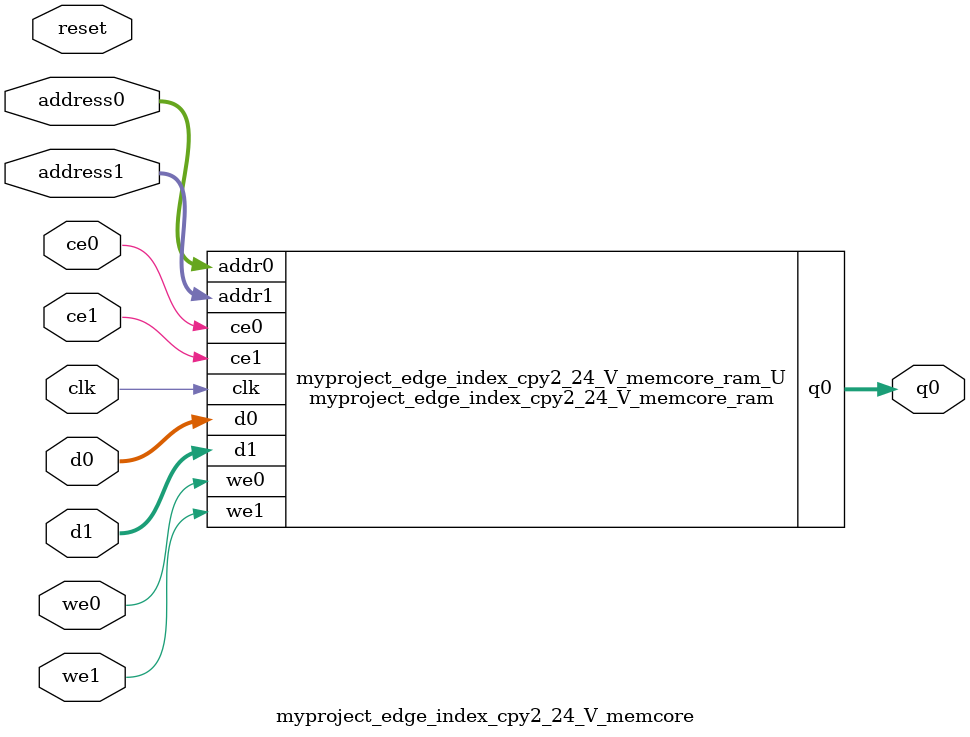
<source format=v>
`timescale 1 ns / 1 ps
module myproject_edge_index_cpy2_24_V_memcore_ram (addr0, ce0, d0, we0, q0, addr1, ce1, d1, we1,  clk);

parameter DWIDTH = 16;
parameter AWIDTH = 4;
parameter MEM_SIZE = 12;

input[AWIDTH-1:0] addr0;
input ce0;
input[DWIDTH-1:0] d0;
input we0;
output reg[DWIDTH-1:0] q0;
input[AWIDTH-1:0] addr1;
input ce1;
input[DWIDTH-1:0] d1;
input we1;
input clk;

(* ram_style = "block" *)reg [DWIDTH-1:0] ram[0:MEM_SIZE-1];




always @(posedge clk)  
begin 
    if (ce0) begin
        if (we0) 
            ram[addr0] <= d0; 
        q0 <= ram[addr0];
    end
end


always @(posedge clk)  
begin 
    if (ce1) begin
        if (we1) 
            ram[addr1] <= d1; 
    end
end


endmodule

`timescale 1 ns / 1 ps
module myproject_edge_index_cpy2_24_V_memcore(
    reset,
    clk,
    address0,
    ce0,
    we0,
    d0,
    q0,
    address1,
    ce1,
    we1,
    d1);

parameter DataWidth = 32'd16;
parameter AddressRange = 32'd12;
parameter AddressWidth = 32'd4;
input reset;
input clk;
input[AddressWidth - 1:0] address0;
input ce0;
input we0;
input[DataWidth - 1:0] d0;
output[DataWidth - 1:0] q0;
input[AddressWidth - 1:0] address1;
input ce1;
input we1;
input[DataWidth - 1:0] d1;



myproject_edge_index_cpy2_24_V_memcore_ram myproject_edge_index_cpy2_24_V_memcore_ram_U(
    .clk( clk ),
    .addr0( address0 ),
    .ce0( ce0 ),
    .we0( we0 ),
    .d0( d0 ),
    .q0( q0 ),
    .addr1( address1 ),
    .ce1( ce1 ),
    .we1( we1 ),
    .d1( d1 ));

endmodule


</source>
